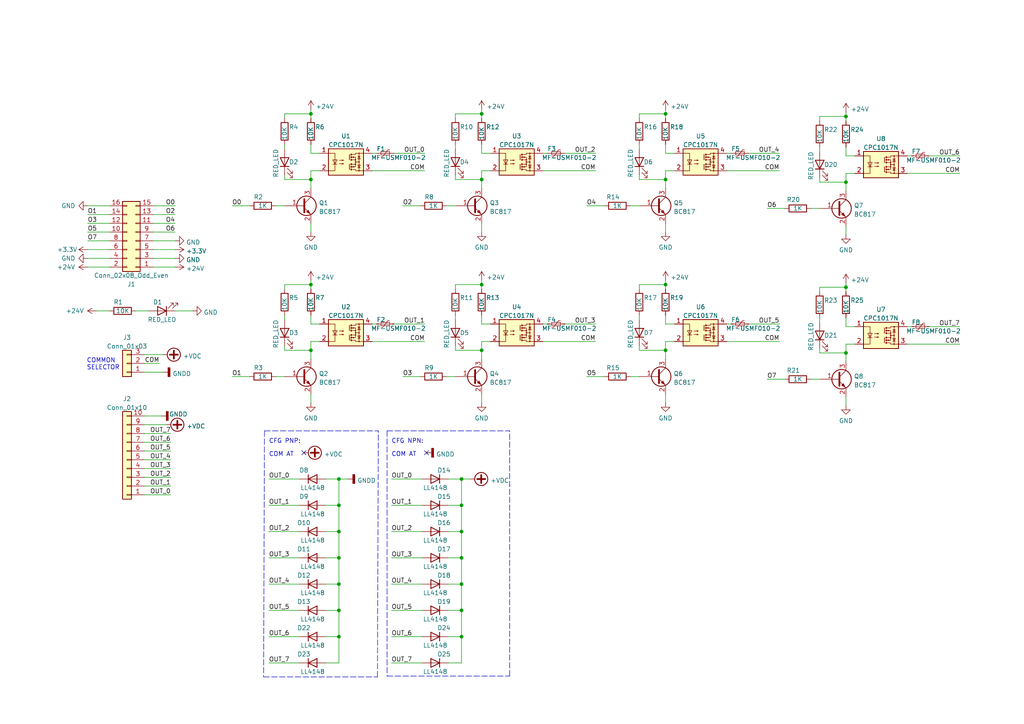
<source format=kicad_sch>
(kicad_sch (version 20211123) (generator eeschema)
  (paper "A4")
  (title_block (title "dout-8") (date "2023-06-30") (rev "2.1") (company "www.iotvertebrae.com") (comment 1 "Mechanical design: Xavier Pi") (comment 2 "Circuit & PCB design: Jordi Binefa"))
  (lib_symbols
    (symbol "Connector_Generic:Conn_01x03" (pin_names (offset 1.016) hide)
      (property "Reference" "J" (at 0 5.08 0))
      (property "Value" "Conn_01x03" (at 0 -5.08 0))
      (symbol "Conn_01x03_1_1"
        (pin passive line (at -5.08 2.54 0) (length 3.81) (name "Pin_1") (number "1"))
        (pin passive line (at -5.08 0 0) (length 3.81) (name "Pin_2") (number "2"))
        (pin passive line (at -5.08 -2.54 0) (length 3.81) (name "Pin_3") (number "3"))
      )
    )
    (symbol "Connector_Generic:Conn_01x10" (pin_names (offset 1.016) hide)
      (property "Reference" "J" (at 0 12.7 0))
      (property "Value" "Conn_01x10" (at 0 -15.24 0))
      (symbol "Conn_01x10_1_1"
        (pin passive line (at -5.08 10.16 0) (length 3.81) (name "Pin_1") (number "1"))
        (pin passive line (at -5.08 -12.7 0) (length 3.81) (name "Pin_10") (number "10"))
        (pin passive line (at -5.08 7.62 0) (length 3.81) (name "Pin_2") (number "2"))
        (pin passive line (at -5.08 5.08 0) (length 3.81) (name "Pin_3") (number "3"))
        (pin passive line (at -5.08 2.54 0) (length 3.81) (name "Pin_4") (number "4"))
        (pin passive line (at -5.08 0 0) (length 3.81) (name "Pin_5") (number "5"))
        (pin passive line (at -5.08 -2.54 0) (length 3.81) (name "Pin_6") (number "6"))
        (pin passive line (at -5.08 -5.08 0) (length 3.81) (name "Pin_7") (number "7"))
        (pin passive line (at -5.08 -7.62 0) (length 3.81) (name "Pin_8") (number "8"))
        (pin passive line (at -5.08 -10.16 0) (length 3.81) (name "Pin_9") (number "9"))
      )
    )
    (symbol "Connector_Generic:Conn_02x08_Odd_Even" (pin_names (offset 1.016) hide)
      (property "Reference" "J" (at 1.27 10.16 0))
      (property "Value" "Conn_02x08_Odd_Even" (at 1.27 -12.7 0))
      (symbol "Conn_02x08_Odd_Even_1_1"
        (pin passive line (at -5.08 7.62 0) (length 3.81) (name "Pin_1") (number "1"))
        (pin passive line (at 7.62 -2.54 180) (length 3.81) (name "Pin_10") (number "10"))
        (pin passive line (at -5.08 -5.08 0) (length 3.81) (name "Pin_11") (number "11"))
        (pin passive line (at 7.62 -5.08 180) (length 3.81) (name "Pin_12") (number "12"))
        (pin passive line (at -5.08 -7.62 0) (length 3.81) (name "Pin_13") (number "13"))
        (pin passive line (at 7.62 -7.62 180) (length 3.81) (name "Pin_14") (number "14"))
        (pin passive line (at -5.08 -10.16 0) (length 3.81) (name "Pin_15") (number "15"))
        (pin passive line (at 7.62 -10.16 180) (length 3.81) (name "Pin_16") (number "16"))
        (pin passive line (at 7.62 7.62 180) (length 3.81) (name "Pin_2") (number "2"))
        (pin passive line (at -5.08 5.08 0) (length 3.81) (name "Pin_3") (number "3"))
        (pin passive line (at 7.62 5.08 180) (length 3.81) (name "Pin_4") (number "4"))
        (pin passive line (at -5.08 2.54 0) (length 3.81) (name "Pin_5") (number "5"))
        (pin passive line (at 7.62 2.54 180) (length 3.81) (name "Pin_6") (number "6"))
        (pin passive line (at -5.08 0 0) (length 3.81) (name "Pin_7") (number "7"))
        (pin passive line (at 7.62 0 180) (length 3.81) (name "Pin_8") (number "8"))
        (pin passive line (at -5.08 -2.54 0) (length 3.81) (name "Pin_9") (number "9"))
      )
    )
    (symbol "Device:LED" (pin_numbers hide) (pin_names (offset 1.016) hide)
      (property "Reference" "D" (at 0 2.54 0))
      (property "Value" "LED" (at 0 -2.54 0))
      (symbol "LED_1_1"
        (pin passive line (at -3.81 0 0) (length 2.54) (name "K") (number "1"))
        (pin passive line (at 3.81 0 180) (length 2.54) (name "A") (number "2"))
      )
    )
    (symbol "Device:Polyfuse_Small" (pin_numbers hide) (pin_names (offset 0))
      (property "Reference" "F" (at -1.905 0 90))
      (property "Value" "Polyfuse_Small" (at 1.905 0 90))
      (symbol "Polyfuse_Small_1_1"
        (pin passive line (at 0 2.54 270) (length 0.635) (name "~") (number "1"))
        (pin passive line (at 0 -2.54 90) (length 0.635) (name "~") (number "2"))
      )
    )
    (symbol "Device:R" (pin_numbers hide) (pin_names (offset 0))
      (property "Reference" "R" (at 2.032 0 90))
      (property "Value" "R" (at 0 0 90))
      (symbol "R_1_1"
        (pin passive line (at 0 3.81 270) (length 1.27) (name "~") (number "1"))
        (pin passive line (at 0 -3.81 90) (length 1.27) (name "~") (number "2"))
      )
    )
    (symbol "Diode:LL4148" (pin_numbers hide) (pin_names (offset 1.016) hide)
      (property "Reference" "D" (at 0 2.54 0))
      (property "Value" "LL4148" (at 0 -2.54 0))
      (symbol "LL4148_1_1"
        (pin passive line (at -3.81 0 0) (length 2.54) (name "K") (number "1"))
        (pin passive line (at 3.81 0 180) (length 2.54) (name "A") (number "2"))
      )
    )
    (symbol "Relay_SolidState:CPC1017N"
      (property "Reference" "U" (at -5.08 5.08 0))
      (property "Value" "CPC1017N" (at 0 5.08 0))
      (symbol "CPC1017N_1_1"
        (pin passive line (at -7.62 2.54 0) (length 2.54) (name "~") (number "1"))
        (pin passive line (at -7.62 -2.54 0) (length 2.54) (name "~") (number "2"))
        (pin passive line (at 7.62 -2.54 180) (length 2.54) (name "~") (number "3"))
        (pin passive line (at 7.62 2.54 180) (length 2.54) (name "~") (number "4"))
      )
    )
    (symbol "Transistor_BJT:BC817" (pin_names (offset 0) hide)
      (property "Reference" "Q" (at 5.08 1.905 0))
      (property "Value" "BC817" (at 5.08 0 0))
      (symbol "BC817_1_1"
        (pin input line (at -5.08 0 0) (length 5.715) (name "B") (number "1"))
        (pin passive line (at 2.54 -5.08 90) (length 2.54) (name "E") (number "2"))
        (pin passive line (at 2.54 5.08 270) (length 2.54) (name "C") (number "3"))
      )
    )
    (symbol "power:+24V" (power) (pin_names (offset 0))
      (property "Value" "+24V" (at 0 3.556 0))
      (symbol "+24V_1_1"
        (pin power_in line (at 0 0 90) (length 0) hide (name "+24V") (number "1"))
      )
    )
    (symbol "power:+3.3V" (power) (pin_names (offset 0))
      (property "Value" "+3.3V" (at 0 3.556 0))
      (symbol "+3.3V_1_1"
        (pin power_in line (at 0 0 90) (length 0) hide (name "+3.3V") (number "1"))
      )
    )
    (symbol "power:+VDC" (power) (pin_names (offset 0))
      (property "Value" "+VDC" (at 0 6.35 0))
      (symbol "+VDC_1_1"
        (pin power_in line (at 0 0 90) (length 0) hide (name "+VDC") (number "1"))
      )
    )
    (symbol "power:GND" (power) (pin_names (offset 0))
      (property "Value" "GND" (at 0 -3.81 0))
      (symbol "GND_1_1"
        (pin power_in line (at 0 0 270) (length 0) hide (name "GND") (number "1"))
      )
    )
    (symbol "power:GNDD" (power) (pin_names (offset 0))
      (property "Value" "GNDD" (at 0 -3.175 0))
      (symbol "GNDD_1_1"
        (pin power_in line (at 0 0 270) (length 0) hide (name "GNDD") (number "1"))
      )
    )
  )
  (junction (at 133.858 138.938))
  (junction (at 98.298 184.658))
  (junction (at 139.7 101.6))
  (junction (at 133.858 154.178))
  (junction (at 90.17 33.02))
  (junction (at 193.04 101.6))
  (junction (at 245.364 102.362))
  (junction (at 98.298 154.178))
  (junction (at 139.7 33.02))
  (junction (at 193.04 82.55))
  (junction (at 98.298 169.418))
  (junction (at 245.364 83.312))
  (junction (at 90.17 52.07))
  (junction (at 139.7 82.55))
  (junction (at 133.858 184.658))
  (junction (at 133.858 146.558))
  (junction (at 133.858 177.038))
  (junction (at 133.858 169.418))
  (junction (at 90.17 101.6))
  (junction (at 193.04 33.02))
  (junction (at 98.298 138.938))
  (junction (at 98.298 161.798))
  (junction (at 98.298 146.558))
  (junction (at 90.17 82.55))
  (junction (at 245.364 33.782))
  (junction (at 245.364 52.832))
  (junction (at 98.298 177.038))
  (junction (at 139.7 52.07))
  (junction (at 193.04 52.07))
  (junction (at 133.858 161.798))
  (no_connect (at 123.698 131.318))
  (no_connect (at 88.138 131.318))
  (wire (pts (xy 82.55 100.33) (xy 82.55 101.6)))
  (wire (pts (xy 92.71 49.53) (xy 90.17 49.53)))
  (wire (pts (xy 41.91 107.95) (xy 47.244 107.95)))
  (wire (pts (xy 41.91 135.89) (xy 49.53 135.89)))
  (wire (pts (xy 269.494 94.742) (xy 278.384 94.742)))
  (wire (pts (xy 25.4 59.69) (xy 31.75 59.69)))
  (wire (pts (xy 163.83 93.98) (xy 172.72 93.98)))
  (wire (pts (xy 44.45 67.31) (xy 50.8 67.31)))
  (wire (pts (xy 27.94 90.17) (xy 31.75 90.17)))
  (wire (pts (xy 129.54 109.22) (xy 132.08 109.22)))
  (wire (pts (xy 132.08 41.91) (xy 132.08 43.18)))
  (wire (pts (xy 94.488 169.418) (xy 98.298 169.418)))
  (wire (pts (xy 139.7 81.28) (xy 139.7 82.55)))
  (wire (pts (xy 263.144 50.292) (xy 278.384 50.292)))
  (wire (pts (xy 41.91 143.51) (xy 49.53 143.51)))
  (wire (pts (xy 90.17 82.55) (xy 90.17 83.82)))
  (wire (pts (xy 41.91 133.35) (xy 49.53 133.35)))
  (wire (pts (xy 133.858 161.798) (xy 133.858 154.178)))
  (wire (pts (xy 90.17 93.98) (xy 92.71 93.98)))
  (wire (pts (xy 182.88 59.69) (xy 185.42 59.69)))
  (wire (pts (xy 193.04 31.75) (xy 193.04 33.02)))
  (wire (pts (xy 245.364 33.782) (xy 237.744 33.782)))
  (wire (pts (xy 222.504 60.452) (xy 227.584 60.452)))
  (wire (pts (xy 245.364 33.782) (xy 245.364 35.052)))
  (wire (pts (xy 90.17 101.6) (xy 90.17 104.14)))
  (wire (pts (xy 245.364 99.822) (xy 245.364 102.362)))
  (wire (pts (xy 113.538 184.658) (xy 122.428 184.658)))
  (wire (pts (xy 67.31 109.22) (xy 72.39 109.22)))
  (wire (pts (xy 113.538 154.178) (xy 122.428 154.178)))
  (wire (pts (xy 129.54 59.69) (xy 132.08 59.69)))
  (wire (pts (xy 185.42 50.8) (xy 185.42 52.07)))
  (wire (pts (xy 142.24 49.53) (xy 139.7 49.53)))
  (wire (pts (xy 193.04 64.77) (xy 193.04 67.31)))
  (wire (pts (xy 133.858 177.038) (xy 133.858 169.418)))
  (wire (pts (xy 130.048 169.418) (xy 133.858 169.418)))
  (wire (pts (xy 82.55 82.55) (xy 82.55 83.82)))
  (wire (pts (xy 245.364 92.202) (xy 245.364 94.742)))
  (wire (pts (xy 133.858 184.658) (xy 133.858 177.038)))
  (wire (pts (xy 237.744 33.782) (xy 237.744 35.052)))
  (wire (pts (xy 25.4 69.85) (xy 31.75 69.85)))
  (wire (pts (xy 193.04 91.44) (xy 193.04 93.98)))
  (wire (pts (xy 41.91 128.27) (xy 49.53 128.27)))
  (wire (pts (xy 25.4 72.39) (xy 31.75 72.39)))
  (wire (pts (xy 130.048 146.558) (xy 133.858 146.558)))
  (wire (pts (xy 210.82 93.98) (xy 212.09 93.98)))
  (wire (pts (xy 139.7 82.55) (xy 139.7 83.82)))
  (wire (pts (xy 41.91 130.81) (xy 49.53 130.81)))
  (wire (pts (xy 130.048 192.278) (xy 133.858 192.278)))
  (wire (pts (xy 90.17 33.02) (xy 82.55 33.02)))
  (wire (pts (xy 185.42 100.33) (xy 185.42 101.6)))
  (wire (pts (xy 139.7 44.45) (xy 142.24 44.45)))
  (wire (pts (xy 82.55 33.02) (xy 82.55 34.29)))
  (wire (pts (xy 41.91 125.73) (xy 49.53 125.73)))
  (wire (pts (xy 185.42 52.07) (xy 193.04 52.07)))
  (wire (pts (xy 182.88 109.22) (xy 185.42 109.22)))
  (wire (pts (xy 25.4 77.47) (xy 31.75 77.47)))
  (wire (pts (xy 98.298 169.418) (xy 98.298 161.798)))
  (polyline (pts (xy 76.708 124.968) (xy 109.728 124.968)))
  (wire (pts (xy 185.42 33.02) (xy 185.42 34.29)))
  (wire (pts (xy 132.08 52.07) (xy 139.7 52.07)))
  (wire (pts (xy 44.45 77.47) (xy 50.8 77.47)))
  (wire (pts (xy 237.744 52.832) (xy 245.364 52.832)))
  (wire (pts (xy 235.204 109.982) (xy 237.744 109.982)))
  (wire (pts (xy 139.7 41.91) (xy 139.7 44.45)))
  (wire (pts (xy 245.364 94.742) (xy 247.904 94.742)))
  (wire (pts (xy 193.04 81.28) (xy 193.04 82.55)))
  (wire (pts (xy 113.538 169.418) (xy 122.428 169.418)))
  (wire (pts (xy 245.364 45.212) (xy 247.904 45.212)))
  (wire (pts (xy 41.91 102.87) (xy 47.244 102.87)))
  (wire (pts (xy 157.48 49.53) (xy 172.72 49.53)))
  (wire (pts (xy 139.7 64.77) (xy 139.7 67.31)))
  (wire (pts (xy 41.91 123.19) (xy 48.26 123.19)))
  (wire (pts (xy 77.978 169.418) (xy 86.868 169.418)))
  (wire (pts (xy 94.488 138.938) (xy 98.298 138.938)))
  (wire (pts (xy 25.4 64.77) (xy 31.75 64.77)))
  (wire (pts (xy 263.144 94.742) (xy 264.414 94.742)))
  (wire (pts (xy 193.04 52.07) (xy 193.04 54.61)))
  (wire (pts (xy 90.17 31.75) (xy 90.17 33.02)))
  (wire (pts (xy 50.8 90.17) (xy 55.88 90.17)))
  (wire (pts (xy 237.744 101.092) (xy 237.744 102.362)))
  (wire (pts (xy 132.08 50.8) (xy 132.08 52.07)))
  (wire (pts (xy 116.84 59.69) (xy 121.92 59.69)))
  (wire (pts (xy 133.858 192.278) (xy 133.858 184.658)))
  (wire (pts (xy 107.95 93.98) (xy 109.22 93.98)))
  (wire (pts (xy 77.978 146.558) (xy 86.868 146.558)))
  (wire (pts (xy 90.17 52.07) (xy 90.17 54.61)))
  (wire (pts (xy 41.91 140.97) (xy 49.53 140.97)))
  (wire (pts (xy 90.17 64.77) (xy 90.17 67.31)))
  (wire (pts (xy 132.08 101.6) (xy 139.7 101.6)))
  (wire (pts (xy 67.31 59.69) (xy 72.39 59.69)))
  (wire (pts (xy 185.42 101.6) (xy 193.04 101.6)))
  (wire (pts (xy 263.144 99.822) (xy 278.384 99.822)))
  (wire (pts (xy 247.904 99.822) (xy 245.364 99.822)))
  (wire (pts (xy 90.17 82.55) (xy 82.55 82.55)))
  (wire (pts (xy 193.04 33.02) (xy 185.42 33.02)))
  (wire (pts (xy 217.17 93.98) (xy 226.06 93.98)))
  (wire (pts (xy 193.04 82.55) (xy 185.42 82.55)))
  (wire (pts (xy 44.45 69.85) (xy 50.8 69.85)))
  (wire (pts (xy 217.17 44.45) (xy 226.06 44.45)))
  (wire (pts (xy 245.364 115.062) (xy 245.364 117.602)))
  (wire (pts (xy 107.95 99.06) (xy 123.19 99.06)))
  (wire (pts (xy 90.17 114.3) (xy 90.17 116.84)))
  (wire (pts (xy 77.978 177.038) (xy 86.868 177.038)))
  (polyline (pts (xy 109.474 196.342) (xy 109.728 124.968)))
  (wire (pts (xy 193.04 93.98) (xy 195.58 93.98)))
  (wire (pts (xy 94.488 154.178) (xy 98.298 154.178)))
  (wire (pts (xy 139.7 82.55) (xy 132.08 82.55)))
  (wire (pts (xy 130.048 154.178) (xy 133.858 154.178)))
  (wire (pts (xy 139.7 33.02) (xy 139.7 34.29)))
  (wire (pts (xy 77.978 184.658) (xy 86.868 184.658)))
  (wire (pts (xy 98.298 192.278) (xy 98.298 184.658)))
  (wire (pts (xy 193.04 99.06) (xy 193.04 101.6)))
  (wire (pts (xy 170.18 109.22) (xy 175.26 109.22)))
  (wire (pts (xy 44.45 59.69) (xy 50.8 59.69)))
  (wire (pts (xy 44.45 64.77) (xy 50.8 64.77)))
  (wire (pts (xy 193.04 114.3) (xy 193.04 116.84)))
  (wire (pts (xy 245.364 65.532) (xy 245.364 68.072)))
  (wire (pts (xy 113.538 146.558) (xy 122.428 146.558)))
  (wire (pts (xy 98.298 138.938) (xy 100.838 138.938)))
  (wire (pts (xy 39.37 90.17) (xy 43.18 90.17)))
  (wire (pts (xy 193.04 41.91) (xy 193.04 44.45)))
  (wire (pts (xy 25.4 62.23) (xy 31.75 62.23)))
  (wire (pts (xy 193.04 44.45) (xy 195.58 44.45)))
  (wire (pts (xy 139.7 31.75) (xy 139.7 33.02)))
  (wire (pts (xy 139.7 99.06) (xy 139.7 101.6)))
  (wire (pts (xy 139.7 49.53) (xy 139.7 52.07)))
  (wire (pts (xy 139.7 33.02) (xy 132.08 33.02)))
  (wire (pts (xy 98.298 177.038) (xy 98.298 169.418)))
  (wire (pts (xy 90.17 81.28) (xy 90.17 82.55)))
  (polyline (pts (xy 112.268 196.088) (xy 147.828 196.088)))
  (wire (pts (xy 263.144 45.212) (xy 264.414 45.212)))
  (wire (pts (xy 44.45 72.39) (xy 50.8 72.39)))
  (wire (pts (xy 90.17 41.91) (xy 90.17 44.45)))
  (wire (pts (xy 130.048 161.798) (xy 133.858 161.798)))
  (wire (pts (xy 130.048 177.038) (xy 133.858 177.038)))
  (wire (pts (xy 82.55 52.07) (xy 90.17 52.07)))
  (wire (pts (xy 139.7 101.6) (xy 139.7 104.14)))
  (wire (pts (xy 139.7 93.98) (xy 142.24 93.98)))
  (wire (pts (xy 77.978 192.278) (xy 86.868 192.278)))
  (wire (pts (xy 94.488 192.278) (xy 98.298 192.278)))
  (wire (pts (xy 237.744 102.362) (xy 245.364 102.362)))
  (wire (pts (xy 114.3 44.45) (xy 123.19 44.45)))
  (wire (pts (xy 210.82 49.53) (xy 226.06 49.53)))
  (wire (pts (xy 132.08 82.55) (xy 132.08 83.82)))
  (wire (pts (xy 94.488 184.658) (xy 98.298 184.658)))
  (wire (pts (xy 113.538 138.938) (xy 122.428 138.938)))
  (wire (pts (xy 98.298 146.558) (xy 98.298 154.178)))
  (wire (pts (xy 269.494 45.212) (xy 278.384 45.212)))
  (wire (pts (xy 163.83 44.45) (xy 172.72 44.45)))
  (wire (pts (xy 193.04 101.6) (xy 193.04 104.14)))
  (wire (pts (xy 82.55 41.91) (xy 82.55 43.18)))
  (wire (pts (xy 107.95 49.53) (xy 123.19 49.53)))
  (wire (pts (xy 44.45 74.93) (xy 50.8 74.93)))
  (wire (pts (xy 90.17 99.06) (xy 90.17 101.6)))
  (wire (pts (xy 193.04 49.53) (xy 193.04 52.07)))
  (polyline (pts (xy 112.268 124.968) (xy 147.828 124.968)))
  (wire (pts (xy 170.18 59.69) (xy 175.26 59.69)))
  (wire (pts (xy 90.17 91.44) (xy 90.17 93.98)))
  (wire (pts (xy 245.364 52.832) (xy 245.364 55.372)))
  (wire (pts (xy 245.364 102.362) (xy 245.364 104.902)))
  (wire (pts (xy 116.84 109.22) (xy 121.92 109.22)))
  (wire (pts (xy 237.744 42.672) (xy 237.744 43.942)))
  (wire (pts (xy 237.744 83.312) (xy 237.744 84.582)))
  (wire (pts (xy 98.298 184.658) (xy 98.298 177.038)))
  (wire (pts (xy 195.58 49.53) (xy 193.04 49.53)))
  (wire (pts (xy 132.08 100.33) (xy 132.08 101.6)))
  (wire (pts (xy 139.7 91.44) (xy 139.7 93.98)))
  (wire (pts (xy 247.904 50.292) (xy 245.364 50.292)))
  (wire (pts (xy 113.538 177.038) (xy 122.428 177.038)))
  (wire (pts (xy 132.08 91.44) (xy 132.08 92.71)))
  (wire (pts (xy 94.488 177.038) (xy 98.298 177.038)))
  (wire (pts (xy 210.82 44.45) (xy 212.09 44.45)))
  (wire (pts (xy 185.42 41.91) (xy 185.42 43.18)))
  (wire (pts (xy 98.298 146.558) (xy 98.298 138.938)))
  (wire (pts (xy 90.17 33.02) (xy 90.17 34.29)))
  (wire (pts (xy 142.24 99.06) (xy 139.7 99.06)))
  (wire (pts (xy 82.55 50.8) (xy 82.55 52.07)))
  (wire (pts (xy 185.42 91.44) (xy 185.42 92.71)))
  (wire (pts (xy 185.42 82.55) (xy 185.42 83.82)))
  (wire (pts (xy 107.95 44.45) (xy 109.22 44.45)))
  (wire (pts (xy 245.364 32.512) (xy 245.364 33.782)))
  (wire (pts (xy 245.364 50.292) (xy 245.364 52.832)))
  (wire (pts (xy 114.3 93.98) (xy 123.19 93.98)))
  (wire (pts (xy 80.01 109.22) (xy 82.55 109.22)))
  (wire (pts (xy 90.17 49.53) (xy 90.17 52.07)))
  (wire (pts (xy 245.364 82.042) (xy 245.364 83.312)))
  (wire (pts (xy 245.364 42.672) (xy 245.364 45.212)))
  (wire (pts (xy 82.55 101.6) (xy 90.17 101.6)))
  (wire (pts (xy 77.978 161.798) (xy 86.868 161.798)))
  (wire (pts (xy 245.364 83.312) (xy 245.364 84.582)))
  (wire (pts (xy 41.91 120.65) (xy 46.736 120.65)))
  (wire (pts (xy 193.04 33.02) (xy 193.04 34.29)))
  (wire (pts (xy 25.4 67.31) (xy 31.75 67.31)))
  (wire (pts (xy 237.744 92.202) (xy 237.744 93.472)))
  (wire (pts (xy 98.298 161.798) (xy 98.298 154.178)))
  (wire (pts (xy 130.048 138.938) (xy 133.858 138.938)))
  (wire (pts (xy 41.91 138.43) (xy 49.53 138.43)))
  (wire (pts (xy 235.204 60.452) (xy 237.744 60.452)))
  (wire (pts (xy 133.858 138.938) (xy 136.398 138.938)))
  (wire (pts (xy 41.91 105.41) (xy 46.228 105.41)))
  (wire (pts (xy 25.4 74.93) (xy 31.75 74.93)))
  (wire (pts (xy 139.7 52.07) (xy 139.7 54.61)))
  (wire (pts (xy 133.858 146.558) (xy 133.858 154.178)))
  (wire (pts (xy 113.538 192.278) (xy 122.428 192.278)))
  (wire (pts (xy 157.48 93.98) (xy 158.75 93.98)))
  (wire (pts (xy 132.08 33.02) (xy 132.08 34.29)))
  (wire (pts (xy 245.364 83.312) (xy 237.744 83.312)))
  (wire (pts (xy 94.488 161.798) (xy 98.298 161.798)))
  (wire (pts (xy 90.17 44.45) (xy 92.71 44.45)))
  (wire (pts (xy 210.82 99.06) (xy 226.06 99.06)))
  (wire (pts (xy 237.744 51.562) (xy 237.744 52.832)))
  (wire (pts (xy 94.488 146.558) (xy 98.298 146.558)))
  (wire (pts (xy 82.55 91.44) (xy 82.55 92.71)))
  (wire (pts (xy 222.504 109.982) (xy 227.584 109.982)))
  (wire (pts (xy 80.01 59.69) (xy 82.55 59.69)))
  (wire (pts (xy 133.858 169.418) (xy 133.858 161.798)))
  (wire (pts (xy 193.04 82.55) (xy 193.04 83.82)))
  (wire (pts (xy 133.858 146.558) (xy 133.858 138.938)))
  (wire (pts (xy 44.45 62.23) (xy 50.8 62.23)))
  (wire (pts (xy 77.978 154.178) (xy 86.868 154.178)))
  (wire (pts (xy 92.71 99.06) (xy 90.17 99.06)))
  (polyline (pts (xy 76.454 196.342) (xy 109.474 196.342)))
  (polyline (pts (xy 112.268 124.968) (xy 112.268 196.088)))
  (wire (pts (xy 195.58 99.06) (xy 193.04 99.06)))
  (wire (pts (xy 157.48 44.45) (xy 158.75 44.45)))
  (wire (pts (xy 113.538 161.798) (xy 122.428 161.798)))
  (polyline (pts (xy 147.828 196.088) (xy 147.828 124.968)))
  (wire (pts (xy 130.048 184.658) (xy 133.858 184.658)))
  (polyline (pts (xy 76.708 124.968) (xy 76.454 196.342)))
  (wire (pts (xy 77.978 138.938) (xy 86.868 138.938)))
  (wire (pts (xy 139.7 114.3) (xy 139.7 116.84)))
  (wire (pts (xy 157.48 99.06) (xy 172.72 99.06)))
  (text "COMMON\nSELECTOR" (at 25.146 107.442 0) (effects (font (size 1.27 1.27)) (justify left bottom)))
  (text "CFG NPN:" (at 113.538 128.778 0) (effects (font (size 1.27 1.27)) (justify left bottom)))
  (text "COM AT " (at 113.538 132.588 0) (effects (font (size 1.27 1.27)) (justify left bottom)))
  (text "CFG PNP:" (at 77.978 128.778 0) (effects (font (size 1.27 1.27)) (justify left bottom)))
  (text "COM AT " (at 77.978 132.588 0) (effects (font (size 1.27 1.27)) (justify left bottom)))
  (label "OUT_4" (at 113.538 169.418 0))
  (label "OUT_0" (at 113.538 138.938 0))
  (label "O4" (at 170.18 59.69 0))
  (label "OUT_0" (at 49.53 143.51 180))
  (label "OUT_2" (at 113.538 154.178 0))
  (label "OUT_5" (at 113.538 177.038 0))
  (label "OUT_7" (at 278.384 94.742 180))
  (label "OUT_4" (at 226.06 44.45 180))
  (label "OUT_3" (at 113.538 161.798 0))
  (label "OUT_7" (at 113.538 192.278 0))
  (label "COM" (at 278.384 99.822 180))
  (label "O3" (at 116.84 109.22 0))
  (label "OUT_3" (at 172.72 93.98 180))
  (label "O2" (at 116.84 59.69 0))
  (label "O2" (at 50.8 62.23 180))
  (label "O1" (at 25.4 62.23 0))
  (label "OUT_6" (at 113.538 184.658 0))
  (label "OUT_2" (at 77.978 154.178 0))
  (label "COM" (at 226.06 49.53 180))
  (label "OUT_5" (at 226.06 93.98 180))
  (label "OUT_1" (at 113.538 146.558 0))
  (label "O0" (at 50.8 59.69 180))
  (label "OUT_3" (at 77.978 161.798 0))
  (label "OUT_4" (at 49.53 133.35 180))
  (label "OUT_0" (at 123.19 44.45 180))
  (label "OUT_1" (at 49.53 140.97 180))
  (label "O4" (at 50.8 64.77 180))
  (label "OUT_5" (at 49.53 130.81 180))
  (label "COM" (at 46.228 105.41 180))
  (label "COM" (at 123.19 99.06 180))
  (label "OUT_7" (at 77.978 192.278 0))
  (label "OUT_3" (at 49.53 135.89 180))
  (label "O7" (at 25.4 69.85 0))
  (label "OUT_6" (at 278.384 45.212 180))
  (label "OUT_2" (at 49.53 138.43 180))
  (label "O1" (at 67.31 109.22 0))
  (label "OUT_6" (at 77.978 184.658 0))
  (label "OUT_2" (at 172.72 44.45 180))
  (label "OUT_5" (at 77.978 177.038 0))
  (label "COM" (at 172.72 99.06 180))
  (label "COM" (at 172.72 49.53 180))
  (label "O5" (at 170.18 109.22 0))
  (label "OUT_4" (at 77.978 169.418 0))
  (label "O6" (at 222.504 60.452 0))
  (label "O7" (at 222.504 109.982 0))
  (label "OUT_1" (at 123.19 93.98 180))
  (label "OUT_6" (at 49.53 128.27 180))
  (label "OUT_0" (at 77.978 138.938 0))
  (label "O3" (at 25.4 64.77 0))
  (label "OUT_1" (at 77.978 146.558 0))
  (label "COM" (at 226.06 99.06 180))
  (label "O0" (at 67.31 59.69 0))
  (label "O5" (at 25.4 67.31 0))
  (label "COM" (at 278.384 50.292 180))
  (label "OUT_7" (at 49.53 125.73 180))
  (label "COM" (at 123.19 49.53 180))
  (label "O6" (at 50.8 67.31 180))
  (symbol (lib_id "Diode:LL4148") (at 126.238 138.938 0) (mirror y) (unit 1)
    (property "Reference" "D14" (at 128.778 136.398 0))
    (property "Value" "LL4148" (at 126.238 141.478 0))
    (property "Footprint" "Diode_SMD:D_MiniMELF" (effects hide))
    (property "Datasheet" "http://www.vishay.com/docs/85557/ll4148.pdf" (effects hide))
  )
  (symbol (lib_id "Transistor_BJT:BC817") (at 87.63 109.22 0) (unit 1)
    (property "Reference" "Q2" (at 92.4814 108.3853 0) (effects (justify left)))
    (property "Value" "BC817" (at 92.4814 110.9222 0) (effects (justify left)))
    (property "Footprint" "Package_TO_SOT_SMD:SOT-23" (effects hide))
    (property "Datasheet" "https://www.onsemi.com/pub/Collateral/BC818-D.pdf" (effects hide))
  )
  (symbol (lib_id "Device:R") (at 193.04 87.63 0) (unit 1)
    (property "Reference" "R19" (at 194.31 86.36 0) (effects (justify left)))
    (property "Value" "10K" (at 193.04 90.17 90) (effects (justify left)))
    (property "Footprint" "Resistor_SMD:R_0805_2012Metric_Pad1.20x1.40mm_HandSolder" (effects hide))
  )
  (symbol (lib_id "Device:Polyfuse_Small") (at 161.29 44.45 90) (unit 1)
    (property "Reference" "F3" (at 160.02 43.18 90))
    (property "Value" "MF-USMF010-2" (at 165.1 45.72 90))
    (property "Footprint" "Fuse:Fuse_1210_3225Metric_Pad1.42x2.65mm_HandSolder" (effects hide))
  )
  (symbol (lib_id "power:GNDD") (at 47.244 107.95 90) (unit 1)
    (property "Reference" "#PWR012" (effects hide))
    (property "Value" "GNDD" (at 50.038 108.3838 90) (effects (justify right)))
  )
  (symbol (lib_id "power:+24V") (at 139.7 31.75 0) (unit 1)
    (property "Reference" "#PWR019" (effects hide))
    (property "Value" "+24V" (at 141.097 30.9138 0) (effects (justify left)))
  )
  (symbol (lib_id "Device:R") (at 82.55 87.63 0) (unit 1)
    (property "Reference" "R5" (at 83.82 86.36 0) (effects (justify left)))
    (property "Value" "10K" (at 82.55 90.17 90) (effects (justify left)))
    (property "Footprint" "Resistor_SMD:R_0805_2012Metric_Pad1.20x1.40mm_HandSolder" (effects hide))
  )
  (symbol (lib_id "Device:R") (at 245.364 88.392 0) (unit 1)
    (property "Reference" "R25" (at 246.634 87.122 0) (effects (justify left)))
    (property "Value" "10K" (at 245.364 90.932 90) (effects (justify left)))
    (property "Footprint" "Resistor_SMD:R_0805_2012Metric_Pad1.20x1.40mm_HandSolder" (effects hide))
  )
  (symbol (lib_id "Diode:LL4148") (at 126.238 161.798 0) (mirror y) (unit 1)
    (property "Reference" "D17" (at 128.778 159.258 0))
    (property "Value" "LL4148" (at 126.238 164.338 0))
    (property "Footprint" "Diode_SMD:D_MiniMELF" (effects hide))
    (property "Datasheet" "http://www.vishay.com/docs/85557/ll4148.pdf" (effects hide))
  )
  (symbol (lib_id "Device:R") (at 179.07 59.69 90) (unit 1)
    (property "Reference" "R14" (at 177.8 57.15 90))
    (property "Value" "1K" (at 179.07 59.69 90))
    (property "Footprint" "Resistor_SMD:R_0805_2012Metric_Pad1.20x1.40mm_HandSolder" (effects hide))
  )
  (symbol (lib_id "power:+24V") (at 193.04 31.75 0) (unit 1)
    (property "Reference" "#PWR023" (effects hide))
    (property "Value" "+24V" (at 194.437 30.9138 0) (effects (justify left)))
  )
  (symbol (lib_id "Connector_Generic:Conn_01x10") (at 36.83 133.35 180) (unit 1)
    (property "Reference" "J2" (at 36.83 115.6802 0))
    (property "Value" "Conn_01x10" (at 36.83 118.2171 0))
    (property "Footprint" "Connector_Phoenix_MSTB:PhoenixContact_MSTBA_2,5_10-G-5,08_1x10_P5.08mm_Horizontal" (effects hide))
  )
  (symbol (lib_id "power:+24V") (at 90.17 31.75 0) (unit 1)
    (property "Reference" "#PWR015" (effects hide))
    (property "Value" "+24V" (at 91.567 30.9138 0) (effects (justify left)))
  )
  (symbol (lib_id "Diode:LL4148") (at 90.678 177.038 0) (unit 1)
    (property "Reference" "D13" (at 88.138 174.498 0))
    (property "Value" "LL4148" (at 90.678 179.578 0))
    (property "Footprint" "Diode_SMD:D_MiniMELF" (effects hide))
    (property "Datasheet" "http://www.vishay.com/docs/85557/ll4148.pdf" (effects hide))
  )
  (symbol (lib_id "power:GND") (at 245.364 117.602 0) (unit 1)
    (property "Reference" "#PWR034" (effects hide))
    (property "Value" "GND" (at 245.364 122.0454 0))
  )
  (symbol (lib_id "Device:Polyfuse_Small") (at 161.29 93.98 90) (unit 1)
    (property "Reference" "F4" (at 160.02 92.71 90))
    (property "Value" "MF-USMF010-2" (at 165.1 95.25 90))
    (property "Footprint" "Fuse:Fuse_1210_3225Metric_Pad1.42x2.65mm_HandSolder" (effects hide))
  )
  (symbol (lib_id "power:+VDC") (at 47.244 102.87 270) (unit 1)
    (property "Reference" "#PWR011" (effects hide))
    (property "Value" "+VDC" (at 53.086 103.3038 90) (effects (justify left)))
  )
  (symbol (lib_id "Relay_SolidState:CPC1017N") (at 149.86 46.99 0) (unit 1)
    (property "Reference" "U3" (at 149.86 39.4802 0))
    (property "Value" "CPC1017N" (at 149.86 42.0171 0))
    (property "Footprint" "Package_SO:SOP-4_3.8x4.1mm_P2.54mm" (effects hide))
    (property "Datasheet" "http://www.ixysic.com/home/pdfs.nsf/www/CPC1017N.pdf/$file/CPC1017N.pdf" (effects hide))
  )
  (symbol (lib_id "power:GND") (at 193.04 116.84 0) (unit 1)
    (property "Reference" "#PWR026" (effects hide))
    (property "Value" "GND" (at 193.04 121.2834 0))
  )
  (symbol (lib_id "Device:R") (at 231.394 60.452 90) (unit 1)
    (property "Reference" "R20" (at 230.124 57.912 90))
    (property "Value" "1K" (at 231.394 60.452 90))
    (property "Footprint" "Resistor_SMD:R_0805_2012Metric_Pad1.20x1.40mm_HandSolder" (effects hide))
  )
  (symbol (lib_id "Transistor_BJT:BC817") (at 87.63 59.69 0) (unit 1)
    (property "Reference" "Q1" (at 92.4814 58.8553 0) (effects (justify left)))
    (property "Value" "BC817" (at 92.4814 61.3922 0) (effects (justify left)))
    (property "Footprint" "Package_TO_SOT_SMD:SOT-23" (effects hide))
    (property "Datasheet" "https://www.onsemi.com/pub/Collateral/BC818-D.pdf" (effects hide))
  )
  (symbol (lib_id "Diode:LL4148") (at 90.678 192.278 0) (unit 1)
    (property "Reference" "D23" (at 88.138 189.738 0))
    (property "Value" "LL4148" (at 90.678 194.818 0))
    (property "Footprint" "Diode_SMD:D_MiniMELF" (effects hide))
    (property "Datasheet" "http://www.vishay.com/docs/85557/ll4148.pdf" (effects hide))
  )
  (symbol (lib_id "Relay_SolidState:CPC1017N") (at 100.33 46.99 0) (unit 1)
    (property "Reference" "U1" (at 100.33 39.4802 0))
    (property "Value" "CPC1017N" (at 100.33 42.0171 0))
    (property "Footprint" "Package_SO:SOP-4_3.8x4.1mm_P2.54mm" (effects hide))
    (property "Datasheet" "http://www.ixysic.com/home/pdfs.nsf/www/CPC1017N.pdf/$file/CPC1017N.pdf" (effects hide))
  )
  (symbol (lib_id "Device:Polyfuse_Small") (at 266.954 94.742 90) (unit 1)
    (property "Reference" "F8" (at 265.684 93.472 90))
    (property "Value" "MF-USMF010-2" (at 270.764 96.012 90))
    (property "Footprint" "Fuse:Fuse_1210_3225Metric_Pad1.42x2.65mm_HandSolder" (effects hide))
  )
  (symbol (lib_id "Device:R") (at 132.08 87.63 0) (unit 1)
    (property "Reference" "R11" (at 133.35 86.36 0) (effects (justify left)))
    (property "Value" "10K" (at 132.08 90.17 90) (effects (justify left)))
    (property "Footprint" "Resistor_SMD:R_0805_2012Metric_Pad1.20x1.40mm_HandSolder" (effects hide))
  )
  (symbol (lib_id "Diode:LL4148") (at 126.238 154.178 0) (mirror y) (unit 1)
    (property "Reference" "D16" (at 128.778 151.638 0))
    (property "Value" "LL4148" (at 126.238 156.718 0))
    (property "Footprint" "Diode_SMD:D_MiniMELF" (effects hide))
    (property "Datasheet" "http://www.vishay.com/docs/85557/ll4148.pdf" (effects hide))
  )
  (symbol (lib_id "Device:LED") (at 237.744 97.282 90) (unit 1)
    (property "Reference" "D21" (at 239.014 97.282 90) (effects (justify right)))
    (property "Value" "RED_LED" (at 235.204 93.472 0) (effects (justify right)))
    (property "Footprint" "LED_SMD:LED_1206_3216Metric_Pad1.42x1.75mm_HandSolder" (effects hide))
  )
  (symbol (lib_id "power:+24V") (at 245.364 32.512 0) (unit 1)
    (property "Reference" "#PWR031" (effects hide))
    (property "Value" "+24V" (at 246.761 31.6758 0) (effects (justify left)))
  )
  (symbol (lib_id "Diode:LL4148") (at 90.678 138.938 0) (unit 1)
    (property "Reference" "D8" (at 88.138 136.398 0))
    (property "Value" "LL4148" (at 90.678 141.478 0))
    (property "Footprint" "Diode_SMD:D_MiniMELF" (effects hide))
    (property "Datasheet" "http://www.vishay.com/docs/85557/ll4148.pdf" (effects hide))
  )
  (symbol (lib_id "Transistor_BJT:BC817") (at 137.16 109.22 0) (unit 1)
    (property "Reference" "Q4" (at 142.0114 108.3853 0) (effects (justify left)))
    (property "Value" "BC817" (at 142.0114 110.9222 0) (effects (justify left)))
    (property "Footprint" "Package_TO_SOT_SMD:SOT-23" (effects hide))
    (property "Datasheet" "https://www.onsemi.com/pub/Collateral/BC818-D.pdf" (effects hide))
  )
  (symbol (lib_id "power:GND") (at 55.88 90.17 90) (unit 1)
    (property "Reference" "#PWR010" (effects hide))
    (property "Value" "GND" (at 59.055 90.6038 90) (effects (justify right)))
  )
  (symbol (lib_id "power:GND") (at 193.04 67.31 0) (unit 1)
    (property "Reference" "#PWR024" (effects hide))
    (property "Value" "GND" (at 193.04 71.7534 0))
  )
  (symbol (lib_id "Device:LED") (at 237.744 47.752 90) (unit 1)
    (property "Reference" "D20" (at 239.014 47.752 90) (effects (justify right)))
    (property "Value" "RED_LED" (at 235.204 43.942 0) (effects (justify right)))
    (property "Footprint" "LED_SMD:LED_1206_3216Metric_Pad1.42x1.75mm_HandSolder" (effects hide))
  )
  (symbol (lib_id "power:+VDC") (at 136.398 138.938 270) (unit 1)
    (property "Reference" "#PWR028" (effects hide))
    (property "Value" "+VDC" (at 142.24 139.3718 90) (effects (justify left)))
  )
  (symbol (lib_id "Device:R") (at 82.55 38.1 0) (unit 1)
    (property "Reference" "R4" (at 83.82 36.83 0) (effects (justify left)))
    (property "Value" "10K" (at 82.55 40.64 90) (effects (justify left)))
    (property "Footprint" "Resistor_SMD:R_0805_2012Metric_Pad1.20x1.40mm_HandSolder" (effects hide))
  )
  (symbol (lib_id "Device:R") (at 185.42 87.63 0) (unit 1)
    (property "Reference" "R17" (at 186.69 86.36 0) (effects (justify left)))
    (property "Value" "10K" (at 185.42 90.17 90) (effects (justify left)))
    (property "Footprint" "Resistor_SMD:R_0805_2012Metric_Pad1.20x1.40mm_HandSolder" (effects hide))
  )
  (symbol (lib_id "Relay_SolidState:CPC1017N") (at 149.86 96.52 0) (unit 1)
    (property "Reference" "U4" (at 149.86 89.0102 0))
    (property "Value" "CPC1017N" (at 149.86 91.5471 0))
    (property "Footprint" "Package_SO:SOP-4_3.8x4.1mm_P2.54mm" (effects hide))
    (property "Datasheet" "http://www.ixysic.com/home/pdfs.nsf/www/CPC1017N.pdf/$file/CPC1017N.pdf" (effects hide))
  )
  (symbol (lib_id "power:GND") (at 50.8 74.93 90) (unit 1)
    (property "Reference" "#PWR08" (effects hide))
    (property "Value" "GND" (at 53.975 75.3638 90) (effects (justify right)))
  )
  (symbol (lib_id "Diode:LL4148") (at 90.678 154.178 0) (unit 1)
    (property "Reference" "D10" (at 88.138 151.638 0))
    (property "Value" "LL4148" (at 90.678 156.718 0))
    (property "Footprint" "Diode_SMD:D_MiniMELF" (effects hide))
    (property "Datasheet" "http://www.vishay.com/docs/85557/ll4148.pdf" (effects hide))
  )
  (symbol (lib_id "Device:R") (at 132.08 38.1 0) (unit 1)
    (property "Reference" "R10" (at 133.35 36.83 0) (effects (justify left)))
    (property "Value" "10K" (at 132.08 40.64 90) (effects (justify left)))
    (property "Footprint" "Resistor_SMD:R_0805_2012Metric_Pad1.20x1.40mm_HandSolder" (effects hide))
  )
  (symbol (lib_id "Device:Polyfuse_Small") (at 111.76 44.45 90) (unit 1)
    (property "Reference" "F1" (at 110.49 43.18 90))
    (property "Value" "MF-USMF010-2" (at 115.57 45.72 90))
    (property "Footprint" "Fuse:Fuse_1210_3225Metric_Pad1.42x2.65mm_HandSolder" (effects hide))
  )
  (symbol (lib_id "power:+24V") (at 27.94 90.17 90) (unit 1)
    (property "Reference" "#PWR05" (effects hide))
    (property "Value" "+24V" (at 19.05 90.17 90) (effects (justify right)))
  )
  (symbol (lib_id "power:+3.3V") (at 50.8 72.39 270) (unit 1)
    (property "Reference" "#PWR07" (effects hide))
    (property "Value" "+3.3V" (at 53.975 72.8238 90) (effects (justify left)))
  )
  (symbol (lib_id "Diode:LL4148") (at 90.678 161.798 0) (unit 1)
    (property "Reference" "D11" (at 88.138 159.258 0))
    (property "Value" "LL4148" (at 90.678 164.338 0))
    (property "Footprint" "Diode_SMD:D_MiniMELF" (effects hide))
    (property "Datasheet" "http://www.vishay.com/docs/85557/ll4148.pdf" (effects hide))
  )
  (symbol (lib_id "Device:R") (at 139.7 38.1 0) (unit 1)
    (property "Reference" "R12" (at 140.97 36.83 0) (effects (justify left)))
    (property "Value" "10K" (at 139.7 40.64 90) (effects (justify left)))
    (property "Footprint" "Resistor_SMD:R_0805_2012Metric_Pad1.20x1.40mm_HandSolder" (effects hide))
  )
  (symbol (lib_id "power:+VDC") (at 88.138 131.318 270) (unit 1)
    (property "Reference" "#PWR013" (effects hide))
    (property "Value" "+VDC" (at 93.98 131.7518 90) (effects (justify left)))
  )
  (symbol (lib_id "Device:Polyfuse_Small") (at 266.954 45.212 90) (unit 1)
    (property "Reference" "F7" (at 265.684 43.942 90))
    (property "Value" "MF-USMF010-2" (at 270.764 46.482 90))
    (property "Footprint" "Fuse:Fuse_1210_3225Metric_Pad1.42x2.65mm_HandSolder" (effects hide))
  )
  (symbol (lib_id "Device:R") (at 231.394 109.982 90) (unit 1)
    (property "Reference" "R21" (at 230.124 107.442 90))
    (property "Value" "1K" (at 231.394 109.982 90))
    (property "Footprint" "Resistor_SMD:R_0805_2012Metric_Pad1.20x1.40mm_HandSolder" (effects hide))
  )
  (symbol (lib_id "Relay_SolidState:CPC1017N") (at 203.2 46.99 0) (unit 1)
    (property "Reference" "U5" (at 203.2 39.4802 0))
    (property "Value" "CPC1017N" (at 203.2 42.0171 0))
    (property "Footprint" "Package_SO:SOP-4_3.8x4.1mm_P2.54mm" (effects hide))
    (property "Datasheet" "http://www.ixysic.com/home/pdfs.nsf/www/CPC1017N.pdf/$file/CPC1017N.pdf" (effects hide))
  )
  (symbol (lib_id "Device:Polyfuse_Small") (at 214.63 44.45 90) (unit 1)
    (property "Reference" "F5" (at 213.36 43.18 90))
    (property "Value" "MF-USMF010-2" (at 218.44 45.72 90))
    (property "Footprint" "Fuse:Fuse_1210_3225Metric_Pad1.42x2.65mm_HandSolder" (effects hide))
  )
  (symbol (lib_id "power:+24V") (at 25.4 77.47 90) (unit 1)
    (property "Reference" "#PWR04" (effects hide))
    (property "Value" "+24V" (at 16.51 77.47 90) (effects (justify right)))
  )
  (symbol (lib_id "power:GNDD") (at 123.698 131.318 90) (unit 1)
    (property "Reference" "#PWR014" (effects hide))
    (property "Value" "GNDD" (at 126.492 131.7518 90) (effects (justify right)))
  )
  (symbol (lib_id "power:+VDC") (at 48.26 123.19 270) (unit 1)
    (property "Reference" "#PWR030" (effects hide))
    (property "Value" "+VDC" (at 54.102 123.6238 90) (effects (justify left)))
  )
  (symbol (lib_id "Device:LED") (at 82.55 96.52 90) (unit 1)
    (property "Reference" "D3" (at 83.82 96.52 90) (effects (justify right)))
    (property "Value" "RED_LED" (at 80.01 92.71 0) (effects (justify right)))
    (property "Footprint" "LED_SMD:LED_1206_3216Metric_Pad1.42x1.75mm_HandSolder" (effects hide))
  )
  (symbol (lib_id "Diode:LL4148") (at 90.678 184.658 0) (unit 1)
    (property "Reference" "D22" (at 88.138 182.118 0))
    (property "Value" "LL4148" (at 90.678 187.198 0))
    (property "Footprint" "Diode_SMD:D_MiniMELF" (effects hide))
    (property "Datasheet" "http://www.vishay.com/docs/85557/ll4148.pdf" (effects hide))
  )
  (symbol (lib_id "power:GNDD") (at 100.838 138.938 90) (unit 1)
    (property "Reference" "#PWR027" (effects hide))
    (property "Value" "GNDD" (at 103.632 139.3718 90) (effects (justify right)))
  )
  (symbol (lib_id "power:GND") (at 139.7 67.31 0) (unit 1)
    (property "Reference" "#PWR020" (effects hide))
    (property "Value" "GND" (at 139.7 71.7534 0))
  )
  (symbol (lib_id "Device:R") (at 125.73 59.69 90) (unit 1)
    (property "Reference" "R8" (at 124.46 57.15 90))
    (property "Value" "1K" (at 125.73 59.69 90))
    (property "Footprint" "Resistor_SMD:R_0805_2012Metric_Pad1.20x1.40mm_HandSolder" (effects hide))
  )
  (symbol (lib_id "Transistor_BJT:BC817") (at 242.824 60.452 0) (unit 1)
    (property "Reference" "Q7" (at 247.6754 59.6173 0) (effects (justify left)))
    (property "Value" "BC817" (at 247.6754 62.1542 0) (effects (justify left)))
    (property "Footprint" "Package_TO_SOT_SMD:SOT-23" (effects hide))
    (property "Datasheet" "https://www.onsemi.com/pub/Collateral/BC818-D.pdf" (effects hide))
  )
  (symbol (lib_id "power:+24V") (at 90.17 81.28 0) (unit 1)
    (property "Reference" "#PWR017" (effects hide))
    (property "Value" "+24V" (at 91.567 80.4438 0) (effects (justify left)))
  )
  (symbol (lib_id "Device:R") (at 125.73 109.22 90) (unit 1)
    (property "Reference" "R9" (at 124.46 106.68 90))
    (property "Value" "1K" (at 125.73 109.22 90))
    (property "Footprint" "Resistor_SMD:R_0805_2012Metric_Pad1.20x1.40mm_HandSolder" (effects hide))
  )
  (symbol (lib_id "Connector_Generic:Conn_02x08_Odd_Even") (at 39.37 69.85 180) (unit 1)
    (property "Reference" "J1" (at 38.1 82.4398 0))
    (property "Value" "Conn_02x08_Odd_Even" (at 38.1 79.9029 0))
    (property "Footprint" "Connector_IDC:IDC-Header_2x08_P2.54mm_Vertical" (effects hide))
  )
  (symbol (lib_id "Transistor_BJT:BC817") (at 242.824 109.982 0) (unit 1)
    (property "Reference" "Q8" (at 247.6754 109.1473 0) (effects (justify left)))
    (property "Value" "BC817" (at 247.6754 111.6842 0) (effects (justify left)))
    (property "Footprint" "Package_TO_SOT_SMD:SOT-23" (effects hide))
    (property "Datasheet" "https://www.onsemi.com/pub/Collateral/BC818-D.pdf" (effects hide))
  )
  (symbol (lib_id "power:GNDD") (at 46.736 120.65 90) (unit 1)
    (property "Reference" "#PWR029" (effects hide))
    (property "Value" "GNDD" (at 49.022 120.142 90) (effects (justify right)))
  )
  (symbol (lib_id "Device:LED") (at 82.55 46.99 90) (unit 1)
    (property "Reference" "D2" (at 83.82 46.99 90) (effects (justify right)))
    (property "Value" "RED_LED" (at 80.01 43.18 0) (effects (justify right)))
    (property "Footprint" "LED_SMD:LED_1206_3216Metric_Pad1.42x1.75mm_HandSolder" (effects hide))
  )
  (symbol (lib_id "Device:R") (at 179.07 109.22 90) (unit 1)
    (property "Reference" "R15" (at 177.8 106.68 90))
    (property "Value" "1K" (at 179.07 109.22 90))
    (property "Footprint" "Resistor_SMD:R_0805_2012Metric_Pad1.20x1.40mm_HandSolder" (effects hide))
  )
  (symbol (lib_id "Device:LED") (at 185.42 46.99 90) (unit 1)
    (property "Reference" "D6" (at 186.69 46.99 90) (effects (justify right)))
    (property "Value" "RED_LED" (at 182.88 43.18 0) (effects (justify right)))
    (property "Footprint" "LED_SMD:LED_1206_3216Metric_Pad1.42x1.75mm_HandSolder" (effects hide))
  )
  (symbol (lib_id "Device:R") (at 237.744 88.392 0) (unit 1)
    (property "Reference" "R23" (at 239.014 87.122 0) (effects (justify left)))
    (property "Value" "10K" (at 237.744 90.932 90) (effects (justify left)))
    (property "Footprint" "Resistor_SMD:R_0805_2012Metric_Pad1.20x1.40mm_HandSolder" (effects hide))
  )
  (symbol (lib_id "Relay_SolidState:CPC1017N") (at 203.2 96.52 0) (unit 1)
    (property "Reference" "U6" (at 203.2 89.0102 0))
    (property "Value" "CPC1017N" (at 203.2 91.5471 0))
    (property "Footprint" "Package_SO:SOP-4_3.8x4.1mm_P2.54mm" (effects hide))
    (property "Datasheet" "http://www.ixysic.com/home/pdfs.nsf/www/CPC1017N.pdf/$file/CPC1017N.pdf" (effects hide))
  )
  (symbol (lib_id "power:GND") (at 245.364 68.072 0) (unit 1)
    (property "Reference" "#PWR032" (effects hide))
    (property "Value" "GND" (at 245.364 72.5154 0))
  )
  (symbol (lib_id "power:GND") (at 139.7 116.84 0) (unit 1)
    (property "Reference" "#PWR022" (effects hide))
    (property "Value" "GND" (at 139.7 121.2834 0))
  )
  (symbol (lib_id "Device:R") (at 245.364 38.862 0) (unit 1)
    (property "Reference" "R24" (at 246.634 37.592 0) (effects (justify left)))
    (property "Value" "10K" (at 245.364 41.402 90) (effects (justify left)))
    (property "Footprint" "Resistor_SMD:R_0805_2012Metric_Pad1.20x1.40mm_HandSolder" (effects hide))
  )
  (symbol (lib_id "power:GND") (at 90.17 116.84 0) (unit 1)
    (property "Reference" "#PWR018" (effects hide))
    (property "Value" "GND" (at 90.17 121.2834 0))
  )
  (symbol (lib_id "power:+3.3V") (at 25.4 72.39 90) (unit 1)
    (property "Reference" "#PWR02" (effects hide))
    (property "Value" "+3.3V" (at 16.51 72.39 90) (effects (justify right)))
  )
  (symbol (lib_id "Transistor_BJT:BC817") (at 190.5 59.69 0) (unit 1)
    (property "Reference" "Q5" (at 195.3514 58.8553 0) (effects (justify left)))
    (property "Value" "BC817" (at 195.3514 61.3922 0) (effects (justify left)))
    (property "Footprint" "Package_TO_SOT_SMD:SOT-23" (effects hide))
    (property "Datasheet" "https://www.onsemi.com/pub/Collateral/BC818-D.pdf" (effects hide))
  )
  (symbol (lib_id "Device:LED") (at 132.08 96.52 90) (unit 1)
    (property "Reference" "D5" (at 133.35 96.52 90) (effects (justify right)))
    (property "Value" "RED_LED" (at 129.54 92.71 0) (effects (justify right)))
    (property "Footprint" "LED_SMD:LED_1206_3216Metric_Pad1.42x1.75mm_HandSolder" (effects hide))
  )
  (symbol (lib_id "Relay_SolidState:CPC1017N") (at 255.524 97.282 0) (unit 1)
    (property "Reference" "U7" (at 255.524 89.7722 0))
    (property "Value" "CPC1017N" (at 255.524 92.3091 0))
    (property "Footprint" "Package_SO:SOP-4_3.8x4.1mm_P2.54mm" (effects hide))
    (property "Datasheet" "http://www.ixysic.com/home/pdfs.nsf/www/CPC1017N.pdf/$file/CPC1017N.pdf" (effects hide))
  )
  (symbol (lib_id "Diode:LL4148") (at 126.238 192.278 0) (mirror y) (unit 1)
    (property "Reference" "D25" (at 128.778 189.738 0))
    (property "Value" "LL4148" (at 126.238 194.818 0))
    (property "Footprint" "Diode_SMD:D_MiniMELF" (effects hide))
    (property "Datasheet" "http://www.vishay.com/docs/85557/ll4148.pdf" (effects hide))
  )
  (symbol (lib_id "Relay_SolidState:CPC1017N") (at 100.33 96.52 0) (unit 1)
    (property "Reference" "U2" (at 100.33 89.0102 0))
    (property "Value" "CPC1017N" (at 100.33 91.5471 0))
    (property "Footprint" "Package_SO:SOP-4_3.8x4.1mm_P2.54mm" (effects hide))
    (property "Datasheet" "http://www.ixysic.com/home/pdfs.nsf/www/CPC1017N.pdf/$file/CPC1017N.pdf" (effects hide))
  )
  (symbol (lib_id "Transistor_BJT:BC817") (at 137.16 59.69 0) (unit 1)
    (property "Reference" "Q3" (at 142.0114 58.8553 0) (effects (justify left)))
    (property "Value" "BC817" (at 142.0114 61.3922 0) (effects (justify left)))
    (property "Footprint" "Package_TO_SOT_SMD:SOT-23" (effects hide))
    (property "Datasheet" "https://www.onsemi.com/pub/Collateral/BC818-D.pdf" (effects hide))
  )
  (symbol (lib_id "Device:R") (at 193.04 38.1 0) (unit 1)
    (property "Reference" "R18" (at 194.31 36.83 0) (effects (justify left)))
    (property "Value" "10K" (at 193.04 40.64 90) (effects (justify left)))
    (property "Footprint" "Resistor_SMD:R_0805_2012Metric_Pad1.20x1.40mm_HandSolder" (effects hide))
  )
  (symbol (lib_id "power:GND") (at 25.4 74.93 270) (unit 1)
    (property "Reference" "#PWR03" (effects hide))
    (property "Value" "GND" (at 17.78 74.93 90) (effects (justify left)))
  )
  (symbol (lib_id "Device:R") (at 185.42 38.1 0) (unit 1)
    (property "Reference" "R16" (at 186.69 36.83 0) (effects (justify left)))
    (property "Value" "10K" (at 185.42 40.64 90) (effects (justify left)))
    (property "Footprint" "Resistor_SMD:R_0805_2012Metric_Pad1.20x1.40mm_HandSolder" (effects hide))
  )
  (symbol (lib_id "Device:R") (at 76.2 109.22 90) (unit 1)
    (property "Reference" "R3" (at 74.93 106.68 90))
    (property "Value" "1K" (at 76.2 109.22 90))
    (property "Footprint" "Resistor_SMD:R_0805_2012Metric_Pad1.20x1.40mm_HandSolder" (effects hide))
  )
  (symbol (lib_id "power:GND") (at 50.8 69.85 90) (unit 1)
    (property "Reference" "#PWR06" (effects hide))
    (property "Value" "GND" (at 53.975 70.2838 90) (effects (justify right)))
  )
  (symbol (lib_id "Device:R") (at 139.7 87.63 0) (unit 1)
    (property "Reference" "R13" (at 140.97 86.36 0) (effects (justify left)))
    (property "Value" "10K" (at 139.7 90.17 90) (effects (justify left)))
    (property "Footprint" "Resistor_SMD:R_0805_2012Metric_Pad1.20x1.40mm_HandSolder" (effects hide))
  )
  (symbol (lib_id "power:+24V") (at 245.364 82.042 0) (unit 1)
    (property "Reference" "#PWR033" (effects hide))
    (property "Value" "+24V" (at 246.761 81.2058 0) (effects (justify left)))
  )
  (symbol (lib_id "Connector_Generic:Conn_01x03") (at 36.83 105.41 180) (unit 1)
    (property "Reference" "J3" (at 36.83 97.9002 0))
    (property "Value" "Conn_01x03" (at 36.83 100.4371 0))
    (property "Footprint" "Connector_PinHeader_2.54mm:PinHeader_1x03_P2.54mm_Vertical" (effects hide))
  )
  (symbol (lib_id "Device:LED") (at 132.08 46.99 90) (unit 1)
    (property "Reference" "D4" (at 133.35 46.99 90) (effects (justify right)))
    (property "Value" "RED_LED" (at 129.54 43.18 0) (effects (justify right)))
    (property "Footprint" "LED_SMD:LED_1206_3216Metric_Pad1.42x1.75mm_HandSolder" (effects hide))
  )
  (symbol (lib_id "Device:Polyfuse_Small") (at 111.76 93.98 90) (unit 1)
    (property "Reference" "F2" (at 110.49 92.71 90))
    (property "Value" "MF-USMF010-2" (at 115.57 95.25 90))
    (property "Footprint" "Fuse:Fuse_1210_3225Metric_Pad1.42x2.65mm_HandSolder" (effects hide))
  )
  (symbol (lib_id "Device:R") (at 90.17 38.1 0) (unit 1)
    (property "Reference" "R6" (at 91.44 36.83 0) (effects (justify left)))
    (property "Value" "10K" (at 90.17 40.64 90) (effects (justify left)))
    (property "Footprint" "Resistor_SMD:R_0805_2012Metric_Pad1.20x1.40mm_HandSolder" (effects hide))
  )
  (symbol (lib_id "Diode:LL4148") (at 90.678 169.418 0) (unit 1)
    (property "Reference" "D12" (at 88.138 166.878 0))
    (property "Value" "LL4148" (at 90.678 171.958 0))
    (property "Footprint" "Diode_SMD:D_MiniMELF" (effects hide))
    (property "Datasheet" "http://www.vishay.com/docs/85557/ll4148.pdf" (effects hide))
  )
  (symbol (lib_id "power:+24V") (at 50.8 77.47 270) (unit 1)
    (property "Reference" "#PWR09" (effects hide))
    (property "Value" "+24V" (at 53.975 77.9038 90) (effects (justify left)))
  )
  (symbol (lib_id "Diode:LL4148") (at 126.238 169.418 0) (mirror y) (unit 1)
    (property "Reference" "D18" (at 128.778 166.878 0))
    (property "Value" "LL4148" (at 126.238 171.958 0))
    (property "Footprint" "Diode_SMD:D_MiniMELF" (effects hide))
    (property "Datasheet" "http://www.vishay.com/docs/85557/ll4148.pdf" (effects hide))
  )
  (symbol (lib_id "Device:LED") (at 185.42 96.52 90) (unit 1)
    (property "Reference" "D7" (at 186.69 96.52 90) (effects (justify right)))
    (property "Value" "RED_LED" (at 182.88 92.71 0) (effects (justify right)))
    (property "Footprint" "LED_SMD:LED_1206_3216Metric_Pad1.42x1.75mm_HandSolder" (effects hide))
  )
  (symbol (lib_id "Diode:LL4148") (at 90.678 146.558 0) (unit 1)
    (property "Reference" "D9" (at 88.138 144.018 0))
    (property "Value" "LL4148" (at 90.678 149.098 0))
    (property "Footprint" "Diode_SMD:D_MiniMELF" (effects hide))
    (property "Datasheet" "http://www.vishay.com/docs/85557/ll4148.pdf" (effects hide))
  )
  (symbol (lib_id "power:GND") (at 90.17 67.31 0) (unit 1)
    (property "Reference" "#PWR016" (effects hide))
    (property "Value" "GND" (at 90.17 71.7534 0))
  )
  (symbol (lib_id "Device:Polyfuse_Small") (at 214.63 93.98 90) (unit 1)
    (property "Reference" "F6" (at 213.36 92.71 90))
    (property "Value" "MF-USMF010-2" (at 218.44 95.25 90))
    (property "Footprint" "Fuse:Fuse_1210_3225Metric_Pad1.42x2.65mm_HandSolder" (effects hide))
  )
  (symbol (lib_id "Device:LED") (at 46.99 90.17 180) (unit 1)
    (property "Reference" "D1" (at 45.72 87.63 0))
    (property "Value" "RED_LED" (at 46.99 92.71 0))
    (property "Footprint" "LED_SMD:LED_1206_3216Metric_Pad1.42x1.75mm_HandSolder" (effects hide))
  )
  (symbol (lib_id "Diode:LL4148") (at 126.238 146.558 0) (mirror y) (unit 1)
    (property "Reference" "D15" (at 128.778 144.018 0))
    (property "Value" "LL4148" (at 126.238 149.098 0))
    (property "Footprint" "Diode_SMD:D_MiniMELF" (effects hide))
    (property "Datasheet" "http://www.vishay.com/docs/85557/ll4148.pdf" (effects hide))
  )
  (symbol (lib_id "Diode:LL4148") (at 126.238 177.038 0) (mirror y) (unit 1)
    (property "Reference" "D19" (at 128.778 174.498 0))
    (property "Value" "LL4148" (at 126.238 179.578 0))
    (property "Footprint" "Diode_SMD:D_MiniMELF" (effects hide))
    (property "Datasheet" "http://www.vishay.com/docs/85557/ll4148.pdf" (effects hide))
  )
  (symbol (lib_id "power:+24V") (at 193.04 81.28 0) (unit 1)
    (property "Reference" "#PWR025" (effects hide))
    (property "Value" "+24V" (at 194.437 80.4438 0) (effects (justify left)))
  )
  (symbol (lib_id "power:GND") (at 25.4 59.69 270) (unit 1)
    (property "Reference" "#PWR01" (effects hide))
    (property "Value" "GND" (at 17.78 59.69 90) (effects (justify left)))
  )
  (symbol (lib_id "Device:R") (at 35.56 90.17 90) (unit 1)
    (property "Reference" "R1" (at 34.29 87.63 90))
    (property "Value" "10K" (at 35.56 90.17 90))
    (property "Footprint" "Resistor_SMD:R_0805_2012Metric_Pad1.20x1.40mm_HandSolder" (effects hide))
  )
  (symbol (lib_id "Transistor_BJT:BC817") (at 190.5 109.22 0) (unit 1)
    (property "Reference" "Q6" (at 195.3514 108.3853 0) (effects (justify left)))
    (property "Value" "BC817" (at 195.3514 110.9222 0) (effects (justify left)))
    (property "Footprint" "Package_TO_SOT_SMD:SOT-23" (effects hide))
    (property "Datasheet" "https://www.onsemi.com/pub/Collateral/BC818-D.pdf" (effects hide))
  )
  (symbol (lib_id "Diode:LL4148") (at 126.238 184.658 0) (mirror y) (unit 1)
    (property "Reference" "D24" (at 128.778 182.118 0))
    (property "Value" "LL4148" (at 126.238 187.198 0))
    (property "Footprint" "Diode_SMD:D_MiniMELF" (effects hide))
    (property "Datasheet" "http://www.vishay.com/docs/85557/ll4148.pdf" (effects hide))
  )
  (symbol (lib_id "Relay_SolidState:CPC1017N") (at 255.524 47.752 0) (unit 1)
    (property "Reference" "U8" (at 255.524 40.2422 0))
    (property "Value" "CPC1017N" (at 255.524 42.7791 0))
    (property "Footprint" "Package_SO:SOP-4_3.8x4.1mm_P2.54mm" (effects hide))
    (property "Datasheet" "http://www.ixysic.com/home/pdfs.nsf/www/CPC1017N.pdf/$file/CPC1017N.pdf" (effects hide))
  )
  (symbol (lib_id "power:+24V") (at 139.7 81.28 0) (unit 1)
    (property "Reference" "#PWR021" (effects hide))
    (property "Value" "+24V" (at 141.097 80.4438 0) (effects (justify left)))
  )
  (symbol (lib_id "Device:R") (at 237.744 38.862 0) (unit 1)
    (property "Reference" "R22" (at 239.014 37.592 0) (effects (justify left)))
    (property "Value" "10K" (at 237.744 41.402 90) (effects (justify left)))
    (property "Footprint" "Resistor_SMD:R_0805_2012Metric_Pad1.20x1.40mm_HandSolder" (effects hide))
  )
  (symbol (lib_id "Device:R") (at 76.2 59.69 90) (unit 1)
    (property "Reference" "R2" (at 74.93 57.15 90))
    (property "Value" "1K" (at 76.2 59.69 90))
    (property "Footprint" "Resistor_SMD:R_0805_2012Metric_Pad1.20x1.40mm_HandSolder" (effects hide))
  )
  (symbol (lib_id "Device:R") (at 90.17 87.63 0) (unit 1)
    (property "Reference" "R7" (at 91.44 86.36 0) (effects (justify left)))
    (property "Value" "10K" (at 90.17 90.17 90) (effects (justify left)))
    (property "Footprint" "Resistor_SMD:R_0805_2012Metric_Pad1.20x1.40mm_HandSolder" (effects hide))
  )
)
</source>
